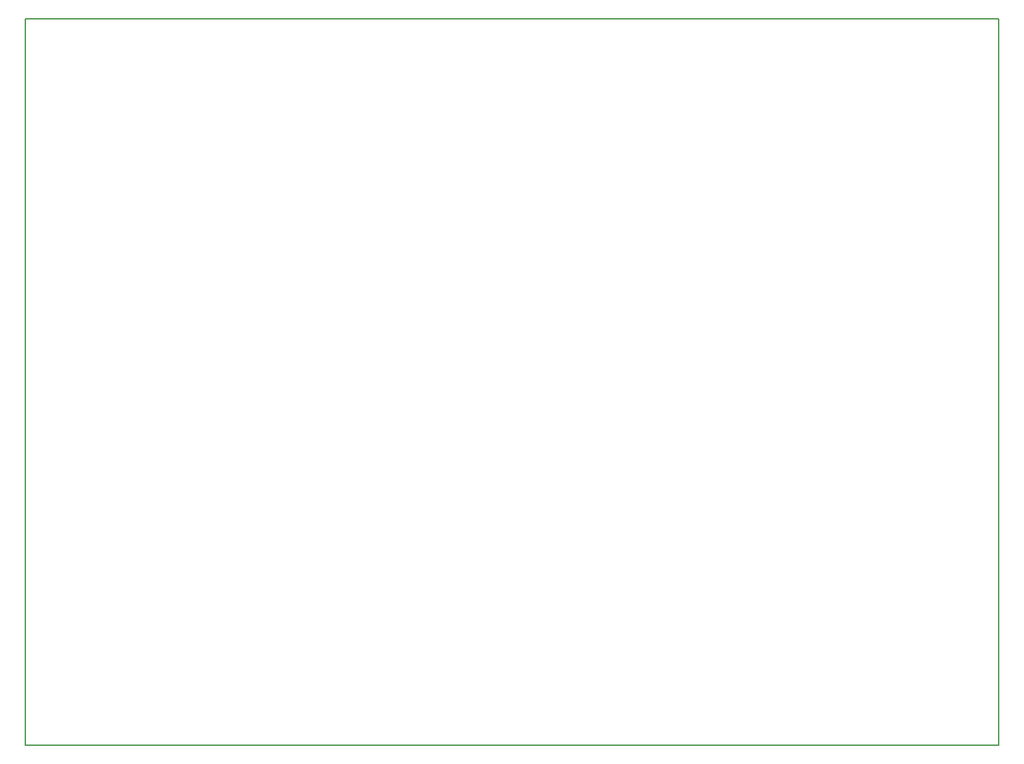
<source format=gm1>
G04 MADE WITH FRITZING*
G04 WWW.FRITZING.ORG*
G04 DOUBLE SIDED*
G04 HOLES PLATED*
G04 CONTOUR ON CENTER OF CONTOUR VECTOR*
%ASAXBY*%
%FSLAX23Y23*%
%MOIN*%
%OFA0B0*%
%SFA1.0B1.0*%
%ADD10R,5.006460X3.736890*%
%ADD11C,0.008000*%
%ADD10C,0.008*%
%LNCONTOUR*%
G90*
G70*
G54D10*
G54D11*
X4Y3733D02*
X5002Y3733D01*
X5002Y4D01*
X4Y4D01*
X4Y3733D01*
D02*
G04 End of contour*
M02*
</source>
